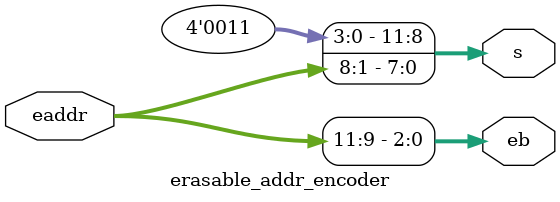
<source format=v>
`timescale 1ns / 1ps
`default_nettype none

module erasable_addr_encoder(
    input wire  [11:1] eaddr,
    output wire [11:9] eb,
    output wire [12:1] s
);

    assign eb = eaddr[11:9];
    assign s[12:9] = 4'b0011;
    assign s[8:1] = eaddr[8:1];

endmodule
`default_nettype wire
</source>
